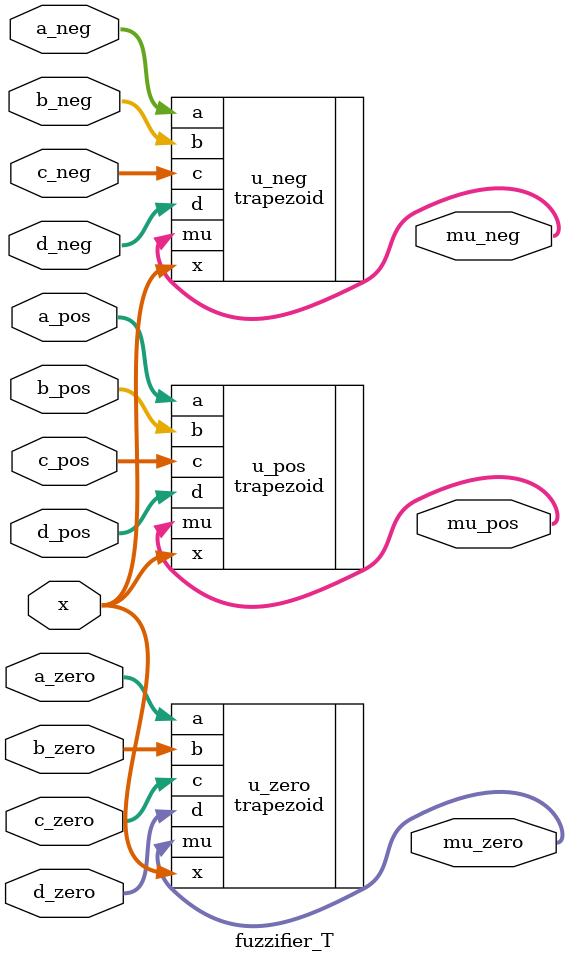
<source format=sv>
module fuzzifier_T (
  input  logic signed [7:0] x,
  // NEG
  input  logic signed [7:0] a_neg,
  input  logic signed [7:0] b_neg,
  input  logic signed [7:0] c_neg,
  input  logic signed [7:0] d_neg,
  // ZERO
  input  logic signed [7:0] a_zero,
  input  logic signed [7:0] b_zero,
  input  logic signed [7:0] c_zero,
  input  logic signed [7:0] d_zero,
  // POS
  input  logic signed [7:0] a_pos,
  input  logic signed [7:0] b_pos,
  input  logic signed [7:0] c_pos,
  input  logic signed [7:0] d_pos,

  output logic [15:0] mu_neg,
  output logic [15:0] mu_zero,
  output logic [15:0] mu_pos
);
  trapezoid u_neg (
    .x (x),
    .a (a_neg),  .b (b_neg),  .c (c_neg),  .d (d_neg),
    .mu(mu_neg)
  );

  trapezoid u_zero (
    .x (x),
    .a (a_zero), .b (b_zero), .c (c_zero), .d (d_zero),
    .mu(mu_zero)
  );

  trapezoid u_pos (
    .x (x),
    .a (a_pos),  .b (b_pos),  .c (c_pos),  .d (d_pos),
    .mu(mu_pos)
  );
endmodule

</source>
